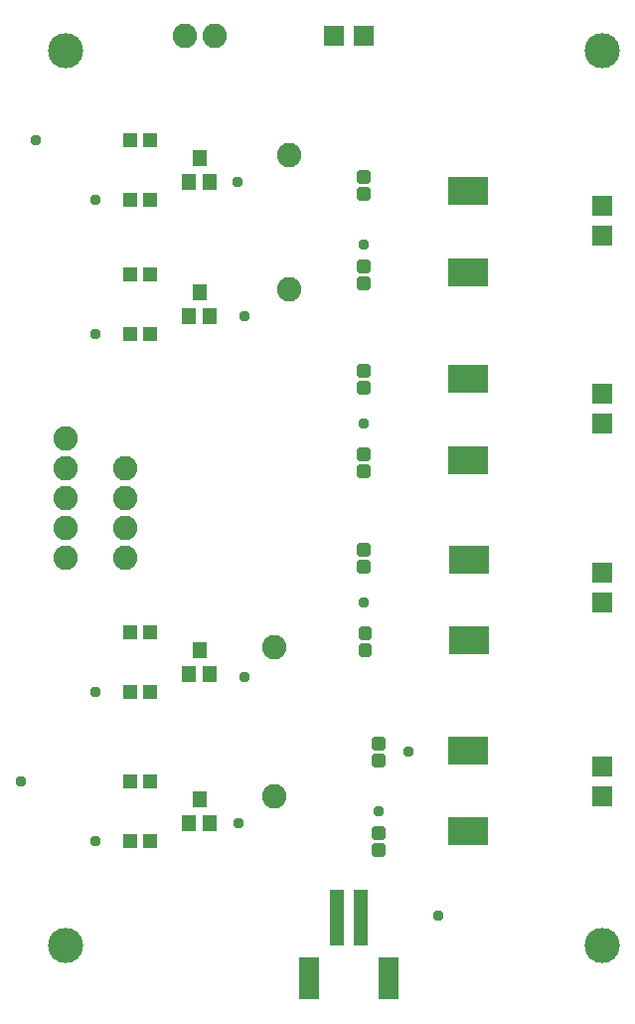
<source format=gbr>
G04 EAGLE Gerber RS-274X export*
G75*
%MOMM*%
%FSLAX34Y34*%
%LPD*%
%INSoldermask Top*%
%IPPOS*%
%AMOC8*
5,1,8,0,0,1.08239X$1,22.5*%
G01*
%ADD10C,0.662687*%
%ADD11R,3.383200X2.453200*%
%ADD12C,3.003200*%
%ADD13C,2.082800*%
%ADD14R,1.727200X1.727200*%
%ADD15R,1.203200X4.803200*%
%ADD16R,1.803200X3.603200*%
%ADD17R,1.219200X1.346200*%
%ADD18R,1.303200X1.203200*%
%ADD19C,0.959600*%

G36*
X320210Y713629D02*
X320210Y713629D01*
X320217Y713634D01*
X320222Y713630D01*
X320573Y713715D01*
X320576Y713720D01*
X320580Y713718D01*
X320913Y713856D01*
X320916Y713861D01*
X320920Y713859D01*
X321228Y714047D01*
X321230Y714053D01*
X321234Y714052D01*
X321508Y714287D01*
X321509Y714292D01*
X321513Y714292D01*
X321748Y714566D01*
X321749Y714572D01*
X321753Y714572D01*
X321941Y714880D01*
X321940Y714886D01*
X321945Y714887D01*
X322083Y715220D01*
X322081Y715226D01*
X322085Y715227D01*
X322170Y715578D01*
X322168Y715584D01*
X322171Y715586D01*
X322199Y715946D01*
X322198Y715949D01*
X322199Y715950D01*
X322199Y720550D01*
X322197Y720552D01*
X322199Y720554D01*
X322171Y720914D01*
X322167Y720918D01*
X322170Y720922D01*
X322085Y721273D01*
X322080Y721276D01*
X322083Y721280D01*
X321945Y721613D01*
X321940Y721616D01*
X321941Y721620D01*
X321753Y721928D01*
X321747Y721930D01*
X321748Y721934D01*
X321513Y722208D01*
X321508Y722209D01*
X321508Y722213D01*
X321234Y722448D01*
X321228Y722449D01*
X321228Y722453D01*
X320920Y722641D01*
X320914Y722640D01*
X320913Y722645D01*
X320580Y722783D01*
X320574Y722781D01*
X320573Y722785D01*
X320222Y722870D01*
X320216Y722868D01*
X320214Y722871D01*
X319854Y722899D01*
X319851Y722897D01*
X319850Y722899D01*
X314790Y722871D01*
X314783Y722866D01*
X314778Y722870D01*
X314427Y722785D01*
X314424Y722780D01*
X314420Y722783D01*
X314087Y722645D01*
X314084Y722640D01*
X314080Y722641D01*
X313772Y722453D01*
X313770Y722447D01*
X313766Y722448D01*
X313492Y722213D01*
X313491Y722208D01*
X313487Y722208D01*
X313252Y721934D01*
X313251Y721928D01*
X313247Y721928D01*
X313059Y721620D01*
X313060Y721614D01*
X313056Y721613D01*
X312918Y721280D01*
X312919Y721274D01*
X312915Y721273D01*
X312830Y720922D01*
X312833Y720916D01*
X312829Y720914D01*
X312801Y720554D01*
X312803Y720551D01*
X312801Y720550D01*
X312801Y715950D01*
X312803Y715948D01*
X312801Y715946D01*
X312829Y715586D01*
X312833Y715582D01*
X312830Y715578D01*
X312915Y715227D01*
X312920Y715224D01*
X312918Y715220D01*
X313056Y714887D01*
X313061Y714884D01*
X313059Y714880D01*
X313247Y714572D01*
X313253Y714570D01*
X313252Y714566D01*
X313487Y714292D01*
X313492Y714291D01*
X313492Y714287D01*
X313766Y714052D01*
X313772Y714051D01*
X313772Y714047D01*
X314080Y713859D01*
X314086Y713860D01*
X314087Y713856D01*
X314420Y713718D01*
X314426Y713719D01*
X314427Y713715D01*
X314778Y713630D01*
X314784Y713633D01*
X314786Y713629D01*
X315146Y713601D01*
X315149Y713603D01*
X315150Y713601D01*
X320210Y713629D01*
G37*
G36*
X320210Y699529D02*
X320210Y699529D01*
X320217Y699534D01*
X320222Y699530D01*
X320573Y699615D01*
X320576Y699620D01*
X320580Y699618D01*
X320913Y699756D01*
X320916Y699761D01*
X320920Y699759D01*
X321228Y699947D01*
X321230Y699953D01*
X321234Y699952D01*
X321508Y700187D01*
X321509Y700192D01*
X321513Y700192D01*
X321748Y700466D01*
X321749Y700472D01*
X321753Y700472D01*
X321941Y700780D01*
X321940Y700786D01*
X321945Y700787D01*
X322083Y701120D01*
X322081Y701126D01*
X322085Y701127D01*
X322170Y701478D01*
X322168Y701484D01*
X322171Y701486D01*
X322199Y701846D01*
X322198Y701849D01*
X322199Y701850D01*
X322199Y706450D01*
X322197Y706452D01*
X322199Y706454D01*
X322171Y706814D01*
X322167Y706818D01*
X322170Y706822D01*
X322085Y707173D01*
X322080Y707176D01*
X322083Y707180D01*
X321945Y707513D01*
X321940Y707516D01*
X321941Y707520D01*
X321753Y707828D01*
X321747Y707830D01*
X321748Y707834D01*
X321513Y708108D01*
X321508Y708109D01*
X321508Y708113D01*
X321234Y708348D01*
X321228Y708349D01*
X321228Y708353D01*
X320920Y708541D01*
X320914Y708540D01*
X320913Y708545D01*
X320580Y708683D01*
X320574Y708681D01*
X320573Y708685D01*
X320222Y708770D01*
X320216Y708768D01*
X320214Y708771D01*
X319854Y708799D01*
X319851Y708797D01*
X319850Y708799D01*
X314790Y708771D01*
X314783Y708766D01*
X314778Y708770D01*
X314427Y708685D01*
X314424Y708680D01*
X314420Y708683D01*
X314087Y708545D01*
X314084Y708540D01*
X314080Y708541D01*
X313772Y708353D01*
X313770Y708347D01*
X313766Y708348D01*
X313492Y708113D01*
X313491Y708108D01*
X313487Y708108D01*
X313252Y707834D01*
X313251Y707828D01*
X313247Y707828D01*
X313059Y707520D01*
X313060Y707514D01*
X313056Y707513D01*
X312918Y707180D01*
X312919Y707174D01*
X312915Y707173D01*
X312830Y706822D01*
X312833Y706816D01*
X312829Y706814D01*
X312801Y706454D01*
X312803Y706451D01*
X312801Y706450D01*
X312801Y701850D01*
X312803Y701848D01*
X312801Y701846D01*
X312829Y701486D01*
X312833Y701482D01*
X312830Y701478D01*
X312915Y701127D01*
X312920Y701124D01*
X312918Y701120D01*
X313056Y700787D01*
X313061Y700784D01*
X313059Y700780D01*
X313247Y700472D01*
X313253Y700470D01*
X313252Y700466D01*
X313487Y700192D01*
X313492Y700191D01*
X313492Y700187D01*
X313766Y699952D01*
X313772Y699951D01*
X313772Y699947D01*
X314080Y699759D01*
X314086Y699760D01*
X314087Y699756D01*
X314420Y699618D01*
X314426Y699619D01*
X314427Y699615D01*
X314778Y699530D01*
X314784Y699533D01*
X314786Y699529D01*
X315146Y699501D01*
X315149Y699503D01*
X315150Y699501D01*
X320210Y699529D01*
G37*
G36*
X320210Y637429D02*
X320210Y637429D01*
X320217Y637434D01*
X320222Y637430D01*
X320573Y637515D01*
X320576Y637520D01*
X320580Y637518D01*
X320913Y637656D01*
X320916Y637661D01*
X320920Y637659D01*
X321228Y637847D01*
X321230Y637853D01*
X321234Y637852D01*
X321508Y638087D01*
X321509Y638092D01*
X321513Y638092D01*
X321748Y638366D01*
X321749Y638372D01*
X321753Y638372D01*
X321941Y638680D01*
X321940Y638686D01*
X321945Y638687D01*
X322083Y639020D01*
X322081Y639026D01*
X322085Y639027D01*
X322170Y639378D01*
X322168Y639384D01*
X322171Y639386D01*
X322199Y639746D01*
X322198Y639749D01*
X322199Y639750D01*
X322199Y644350D01*
X322197Y644352D01*
X322199Y644354D01*
X322171Y644714D01*
X322167Y644718D01*
X322170Y644722D01*
X322085Y645073D01*
X322080Y645076D01*
X322083Y645080D01*
X321945Y645413D01*
X321940Y645416D01*
X321941Y645420D01*
X321753Y645728D01*
X321747Y645730D01*
X321748Y645734D01*
X321513Y646008D01*
X321508Y646009D01*
X321508Y646013D01*
X321234Y646248D01*
X321228Y646249D01*
X321228Y646253D01*
X320920Y646441D01*
X320914Y646440D01*
X320913Y646445D01*
X320580Y646583D01*
X320574Y646581D01*
X320573Y646585D01*
X320222Y646670D01*
X320216Y646668D01*
X320214Y646671D01*
X319854Y646699D01*
X319851Y646697D01*
X319850Y646699D01*
X314790Y646671D01*
X314783Y646666D01*
X314778Y646670D01*
X314427Y646585D01*
X314424Y646580D01*
X314420Y646583D01*
X314087Y646445D01*
X314084Y646440D01*
X314080Y646441D01*
X313772Y646253D01*
X313770Y646247D01*
X313766Y646248D01*
X313492Y646013D01*
X313491Y646008D01*
X313487Y646008D01*
X313252Y645734D01*
X313251Y645728D01*
X313247Y645728D01*
X313059Y645420D01*
X313060Y645414D01*
X313056Y645413D01*
X312918Y645080D01*
X312919Y645074D01*
X312915Y645073D01*
X312830Y644722D01*
X312833Y644716D01*
X312829Y644714D01*
X312801Y644354D01*
X312803Y644351D01*
X312801Y644350D01*
X312801Y639750D01*
X312803Y639748D01*
X312801Y639746D01*
X312829Y639386D01*
X312833Y639382D01*
X312830Y639378D01*
X312915Y639027D01*
X312920Y639024D01*
X312918Y639020D01*
X313056Y638687D01*
X313061Y638684D01*
X313059Y638680D01*
X313247Y638372D01*
X313253Y638370D01*
X313252Y638366D01*
X313487Y638092D01*
X313492Y638091D01*
X313492Y638087D01*
X313766Y637852D01*
X313772Y637851D01*
X313772Y637847D01*
X314080Y637659D01*
X314086Y637660D01*
X314087Y637656D01*
X314420Y637518D01*
X314426Y637519D01*
X314427Y637515D01*
X314778Y637430D01*
X314784Y637433D01*
X314786Y637429D01*
X315146Y637401D01*
X315149Y637403D01*
X315150Y637401D01*
X320210Y637429D01*
G37*
G36*
X320210Y623329D02*
X320210Y623329D01*
X320217Y623334D01*
X320222Y623330D01*
X320573Y623415D01*
X320576Y623420D01*
X320580Y623418D01*
X320913Y623556D01*
X320916Y623561D01*
X320920Y623559D01*
X321228Y623747D01*
X321230Y623753D01*
X321234Y623752D01*
X321508Y623987D01*
X321509Y623992D01*
X321513Y623992D01*
X321748Y624266D01*
X321749Y624272D01*
X321753Y624272D01*
X321941Y624580D01*
X321940Y624586D01*
X321945Y624587D01*
X322083Y624920D01*
X322081Y624926D01*
X322085Y624927D01*
X322170Y625278D01*
X322168Y625284D01*
X322171Y625286D01*
X322199Y625646D01*
X322198Y625649D01*
X322199Y625650D01*
X322199Y630250D01*
X322197Y630252D01*
X322199Y630254D01*
X322171Y630614D01*
X322167Y630618D01*
X322170Y630622D01*
X322085Y630973D01*
X322080Y630976D01*
X322083Y630980D01*
X321945Y631313D01*
X321940Y631316D01*
X321941Y631320D01*
X321753Y631628D01*
X321747Y631630D01*
X321748Y631634D01*
X321513Y631908D01*
X321508Y631909D01*
X321508Y631913D01*
X321234Y632148D01*
X321228Y632149D01*
X321228Y632153D01*
X320920Y632341D01*
X320914Y632340D01*
X320913Y632345D01*
X320580Y632483D01*
X320574Y632481D01*
X320573Y632485D01*
X320222Y632570D01*
X320216Y632568D01*
X320214Y632571D01*
X319854Y632599D01*
X319851Y632597D01*
X319850Y632599D01*
X314790Y632571D01*
X314783Y632566D01*
X314778Y632570D01*
X314427Y632485D01*
X314424Y632480D01*
X314420Y632483D01*
X314087Y632345D01*
X314084Y632340D01*
X314080Y632341D01*
X313772Y632153D01*
X313770Y632147D01*
X313766Y632148D01*
X313492Y631913D01*
X313491Y631908D01*
X313487Y631908D01*
X313252Y631634D01*
X313251Y631628D01*
X313247Y631628D01*
X313059Y631320D01*
X313060Y631314D01*
X313056Y631313D01*
X312918Y630980D01*
X312919Y630974D01*
X312915Y630973D01*
X312830Y630622D01*
X312833Y630616D01*
X312829Y630614D01*
X312801Y630254D01*
X312803Y630251D01*
X312801Y630250D01*
X312801Y625650D01*
X312803Y625648D01*
X312801Y625646D01*
X312829Y625286D01*
X312833Y625282D01*
X312830Y625278D01*
X312915Y624927D01*
X312920Y624924D01*
X312918Y624920D01*
X313056Y624587D01*
X313061Y624584D01*
X313059Y624580D01*
X313247Y624272D01*
X313253Y624270D01*
X313252Y624266D01*
X313487Y623992D01*
X313492Y623991D01*
X313492Y623987D01*
X313766Y623752D01*
X313772Y623751D01*
X313772Y623747D01*
X314080Y623559D01*
X314086Y623560D01*
X314087Y623556D01*
X314420Y623418D01*
X314426Y623419D01*
X314427Y623415D01*
X314778Y623330D01*
X314784Y623333D01*
X314786Y623329D01*
X315146Y623301D01*
X315149Y623303D01*
X315150Y623301D01*
X320210Y623329D01*
G37*
G36*
X320210Y548529D02*
X320210Y548529D01*
X320217Y548534D01*
X320222Y548530D01*
X320573Y548615D01*
X320576Y548620D01*
X320580Y548618D01*
X320913Y548756D01*
X320916Y548761D01*
X320920Y548759D01*
X321228Y548947D01*
X321230Y548953D01*
X321234Y548952D01*
X321508Y549187D01*
X321509Y549192D01*
X321513Y549192D01*
X321748Y549466D01*
X321749Y549472D01*
X321753Y549472D01*
X321941Y549780D01*
X321940Y549786D01*
X321945Y549787D01*
X322083Y550120D01*
X322081Y550126D01*
X322085Y550127D01*
X322170Y550478D01*
X322168Y550484D01*
X322171Y550486D01*
X322199Y550846D01*
X322198Y550849D01*
X322199Y550850D01*
X322199Y555450D01*
X322197Y555452D01*
X322199Y555454D01*
X322171Y555814D01*
X322167Y555818D01*
X322170Y555822D01*
X322085Y556173D01*
X322080Y556176D01*
X322083Y556180D01*
X321945Y556513D01*
X321940Y556516D01*
X321941Y556520D01*
X321753Y556828D01*
X321747Y556830D01*
X321748Y556834D01*
X321513Y557108D01*
X321508Y557109D01*
X321508Y557113D01*
X321234Y557348D01*
X321228Y557349D01*
X321228Y557353D01*
X320920Y557541D01*
X320914Y557540D01*
X320913Y557545D01*
X320580Y557683D01*
X320574Y557681D01*
X320573Y557685D01*
X320222Y557770D01*
X320216Y557768D01*
X320214Y557771D01*
X319854Y557799D01*
X319851Y557797D01*
X319850Y557799D01*
X314790Y557771D01*
X314783Y557766D01*
X314778Y557770D01*
X314427Y557685D01*
X314424Y557680D01*
X314420Y557683D01*
X314087Y557545D01*
X314084Y557540D01*
X314080Y557541D01*
X313772Y557353D01*
X313770Y557347D01*
X313766Y557348D01*
X313492Y557113D01*
X313491Y557108D01*
X313487Y557108D01*
X313252Y556834D01*
X313251Y556828D01*
X313247Y556828D01*
X313059Y556520D01*
X313060Y556514D01*
X313056Y556513D01*
X312918Y556180D01*
X312919Y556174D01*
X312915Y556173D01*
X312830Y555822D01*
X312833Y555816D01*
X312829Y555814D01*
X312801Y555454D01*
X312803Y555451D01*
X312801Y555450D01*
X312801Y550850D01*
X312803Y550848D01*
X312801Y550846D01*
X312829Y550486D01*
X312833Y550482D01*
X312830Y550478D01*
X312915Y550127D01*
X312920Y550124D01*
X312918Y550120D01*
X313056Y549787D01*
X313061Y549784D01*
X313059Y549780D01*
X313247Y549472D01*
X313253Y549470D01*
X313252Y549466D01*
X313487Y549192D01*
X313492Y549191D01*
X313492Y549187D01*
X313766Y548952D01*
X313772Y548951D01*
X313772Y548947D01*
X314080Y548759D01*
X314086Y548760D01*
X314087Y548756D01*
X314420Y548618D01*
X314426Y548619D01*
X314427Y548615D01*
X314778Y548530D01*
X314784Y548533D01*
X314786Y548529D01*
X315146Y548501D01*
X315149Y548503D01*
X315150Y548501D01*
X320210Y548529D01*
G37*
G36*
X320210Y534429D02*
X320210Y534429D01*
X320217Y534434D01*
X320222Y534430D01*
X320573Y534515D01*
X320576Y534520D01*
X320580Y534518D01*
X320913Y534656D01*
X320916Y534661D01*
X320920Y534659D01*
X321228Y534847D01*
X321230Y534853D01*
X321234Y534852D01*
X321508Y535087D01*
X321509Y535092D01*
X321513Y535092D01*
X321748Y535366D01*
X321749Y535372D01*
X321753Y535372D01*
X321941Y535680D01*
X321940Y535686D01*
X321945Y535687D01*
X322083Y536020D01*
X322081Y536026D01*
X322085Y536027D01*
X322170Y536378D01*
X322168Y536384D01*
X322171Y536386D01*
X322199Y536746D01*
X322198Y536749D01*
X322199Y536750D01*
X322199Y541350D01*
X322197Y541352D01*
X322199Y541354D01*
X322171Y541714D01*
X322167Y541718D01*
X322170Y541722D01*
X322085Y542073D01*
X322080Y542076D01*
X322083Y542080D01*
X321945Y542413D01*
X321940Y542416D01*
X321941Y542420D01*
X321753Y542728D01*
X321747Y542730D01*
X321748Y542734D01*
X321513Y543008D01*
X321508Y543009D01*
X321508Y543013D01*
X321234Y543248D01*
X321228Y543249D01*
X321228Y543253D01*
X320920Y543441D01*
X320914Y543440D01*
X320913Y543445D01*
X320580Y543583D01*
X320574Y543581D01*
X320573Y543585D01*
X320222Y543670D01*
X320216Y543668D01*
X320214Y543671D01*
X319854Y543699D01*
X319851Y543697D01*
X319850Y543699D01*
X314790Y543671D01*
X314783Y543666D01*
X314778Y543670D01*
X314427Y543585D01*
X314424Y543580D01*
X314420Y543583D01*
X314087Y543445D01*
X314084Y543440D01*
X314080Y543441D01*
X313772Y543253D01*
X313770Y543247D01*
X313766Y543248D01*
X313492Y543013D01*
X313491Y543008D01*
X313487Y543008D01*
X313252Y542734D01*
X313251Y542728D01*
X313247Y542728D01*
X313059Y542420D01*
X313060Y542414D01*
X313056Y542413D01*
X312918Y542080D01*
X312919Y542074D01*
X312915Y542073D01*
X312830Y541722D01*
X312833Y541716D01*
X312829Y541714D01*
X312801Y541354D01*
X312803Y541351D01*
X312801Y541350D01*
X312801Y536750D01*
X312803Y536748D01*
X312801Y536746D01*
X312829Y536386D01*
X312833Y536382D01*
X312830Y536378D01*
X312915Y536027D01*
X312920Y536024D01*
X312918Y536020D01*
X313056Y535687D01*
X313061Y535684D01*
X313059Y535680D01*
X313247Y535372D01*
X313253Y535370D01*
X313252Y535366D01*
X313487Y535092D01*
X313492Y535091D01*
X313492Y535087D01*
X313766Y534852D01*
X313772Y534851D01*
X313772Y534847D01*
X314080Y534659D01*
X314086Y534660D01*
X314087Y534656D01*
X314420Y534518D01*
X314426Y534519D01*
X314427Y534515D01*
X314778Y534430D01*
X314784Y534433D01*
X314786Y534429D01*
X315146Y534401D01*
X315149Y534403D01*
X315150Y534401D01*
X320210Y534429D01*
G37*
G36*
X320210Y477409D02*
X320210Y477409D01*
X320217Y477414D01*
X320222Y477410D01*
X320573Y477495D01*
X320576Y477500D01*
X320580Y477498D01*
X320913Y477636D01*
X320916Y477641D01*
X320920Y477639D01*
X321228Y477827D01*
X321230Y477833D01*
X321234Y477832D01*
X321508Y478067D01*
X321509Y478072D01*
X321513Y478072D01*
X321748Y478346D01*
X321749Y478352D01*
X321753Y478352D01*
X321941Y478660D01*
X321940Y478666D01*
X321945Y478667D01*
X322083Y479000D01*
X322081Y479006D01*
X322085Y479007D01*
X322170Y479358D01*
X322168Y479364D01*
X322171Y479366D01*
X322199Y479726D01*
X322198Y479729D01*
X322199Y479730D01*
X322199Y484330D01*
X322197Y484332D01*
X322199Y484334D01*
X322171Y484694D01*
X322167Y484698D01*
X322170Y484702D01*
X322085Y485053D01*
X322080Y485056D01*
X322083Y485060D01*
X321945Y485393D01*
X321940Y485396D01*
X321941Y485400D01*
X321753Y485708D01*
X321747Y485710D01*
X321748Y485714D01*
X321513Y485988D01*
X321508Y485989D01*
X321508Y485993D01*
X321234Y486228D01*
X321228Y486229D01*
X321228Y486233D01*
X320920Y486421D01*
X320914Y486420D01*
X320913Y486425D01*
X320580Y486563D01*
X320574Y486561D01*
X320573Y486565D01*
X320222Y486650D01*
X320216Y486648D01*
X320214Y486651D01*
X319854Y486679D01*
X319851Y486677D01*
X319850Y486679D01*
X314790Y486651D01*
X314783Y486646D01*
X314778Y486650D01*
X314427Y486565D01*
X314424Y486560D01*
X314420Y486563D01*
X314087Y486425D01*
X314084Y486420D01*
X314080Y486421D01*
X313772Y486233D01*
X313770Y486227D01*
X313766Y486228D01*
X313492Y485993D01*
X313491Y485988D01*
X313487Y485988D01*
X313252Y485714D01*
X313251Y485708D01*
X313247Y485708D01*
X313059Y485400D01*
X313060Y485394D01*
X313056Y485393D01*
X312918Y485060D01*
X312919Y485054D01*
X312915Y485053D01*
X312830Y484702D01*
X312833Y484696D01*
X312829Y484694D01*
X312801Y484334D01*
X312803Y484331D01*
X312801Y484330D01*
X312801Y479730D01*
X312803Y479728D01*
X312801Y479726D01*
X312829Y479366D01*
X312833Y479362D01*
X312830Y479358D01*
X312915Y479007D01*
X312920Y479004D01*
X312918Y479000D01*
X313056Y478667D01*
X313061Y478664D01*
X313059Y478660D01*
X313247Y478352D01*
X313253Y478350D01*
X313252Y478346D01*
X313487Y478072D01*
X313492Y478071D01*
X313492Y478067D01*
X313766Y477832D01*
X313772Y477831D01*
X313772Y477827D01*
X314080Y477639D01*
X314086Y477640D01*
X314087Y477636D01*
X314420Y477498D01*
X314426Y477499D01*
X314427Y477495D01*
X314778Y477410D01*
X314784Y477413D01*
X314786Y477409D01*
X315146Y477381D01*
X315149Y477383D01*
X315150Y477381D01*
X320210Y477409D01*
G37*
G36*
X320210Y463309D02*
X320210Y463309D01*
X320217Y463314D01*
X320222Y463310D01*
X320573Y463395D01*
X320576Y463400D01*
X320580Y463398D01*
X320913Y463536D01*
X320916Y463541D01*
X320920Y463539D01*
X321228Y463727D01*
X321230Y463733D01*
X321234Y463732D01*
X321508Y463967D01*
X321509Y463972D01*
X321513Y463972D01*
X321748Y464246D01*
X321749Y464252D01*
X321753Y464252D01*
X321941Y464560D01*
X321940Y464566D01*
X321945Y464567D01*
X322083Y464900D01*
X322081Y464906D01*
X322085Y464907D01*
X322170Y465258D01*
X322168Y465264D01*
X322171Y465266D01*
X322199Y465626D01*
X322198Y465629D01*
X322199Y465630D01*
X322199Y470230D01*
X322197Y470232D01*
X322199Y470234D01*
X322171Y470594D01*
X322167Y470598D01*
X322170Y470602D01*
X322085Y470953D01*
X322080Y470956D01*
X322083Y470960D01*
X321945Y471293D01*
X321940Y471296D01*
X321941Y471300D01*
X321753Y471608D01*
X321747Y471610D01*
X321748Y471614D01*
X321513Y471888D01*
X321508Y471889D01*
X321508Y471893D01*
X321234Y472128D01*
X321228Y472129D01*
X321228Y472133D01*
X320920Y472321D01*
X320914Y472320D01*
X320913Y472325D01*
X320580Y472463D01*
X320574Y472461D01*
X320573Y472465D01*
X320222Y472550D01*
X320216Y472548D01*
X320214Y472551D01*
X319854Y472579D01*
X319851Y472577D01*
X319850Y472579D01*
X314790Y472551D01*
X314783Y472546D01*
X314778Y472550D01*
X314427Y472465D01*
X314424Y472460D01*
X314420Y472463D01*
X314087Y472325D01*
X314084Y472320D01*
X314080Y472321D01*
X313772Y472133D01*
X313770Y472127D01*
X313766Y472128D01*
X313492Y471893D01*
X313491Y471888D01*
X313487Y471888D01*
X313252Y471614D01*
X313251Y471608D01*
X313247Y471608D01*
X313059Y471300D01*
X313060Y471294D01*
X313056Y471293D01*
X312918Y470960D01*
X312919Y470954D01*
X312915Y470953D01*
X312830Y470602D01*
X312833Y470596D01*
X312829Y470594D01*
X312801Y470234D01*
X312803Y470231D01*
X312801Y470230D01*
X312801Y465630D01*
X312803Y465628D01*
X312801Y465626D01*
X312829Y465266D01*
X312833Y465262D01*
X312830Y465258D01*
X312915Y464907D01*
X312920Y464904D01*
X312918Y464900D01*
X313056Y464567D01*
X313061Y464564D01*
X313059Y464560D01*
X313247Y464252D01*
X313253Y464250D01*
X313252Y464246D01*
X313487Y463972D01*
X313492Y463971D01*
X313492Y463967D01*
X313766Y463732D01*
X313772Y463731D01*
X313772Y463727D01*
X314080Y463539D01*
X314086Y463540D01*
X314087Y463536D01*
X314420Y463398D01*
X314426Y463399D01*
X314427Y463395D01*
X314778Y463310D01*
X314784Y463313D01*
X314786Y463309D01*
X315146Y463281D01*
X315149Y463283D01*
X315150Y463281D01*
X320210Y463309D01*
G37*
G36*
X320210Y396129D02*
X320210Y396129D01*
X320217Y396134D01*
X320222Y396130D01*
X320573Y396215D01*
X320576Y396220D01*
X320580Y396218D01*
X320913Y396356D01*
X320916Y396361D01*
X320920Y396359D01*
X321228Y396547D01*
X321230Y396553D01*
X321234Y396552D01*
X321508Y396787D01*
X321509Y396792D01*
X321513Y396792D01*
X321748Y397066D01*
X321749Y397072D01*
X321753Y397072D01*
X321941Y397380D01*
X321940Y397386D01*
X321945Y397387D01*
X322083Y397720D01*
X322081Y397726D01*
X322085Y397727D01*
X322170Y398078D01*
X322168Y398084D01*
X322171Y398086D01*
X322199Y398446D01*
X322198Y398449D01*
X322199Y398450D01*
X322199Y403050D01*
X322197Y403052D01*
X322199Y403054D01*
X322171Y403414D01*
X322167Y403418D01*
X322170Y403422D01*
X322085Y403773D01*
X322080Y403776D01*
X322083Y403780D01*
X321945Y404113D01*
X321940Y404116D01*
X321941Y404120D01*
X321753Y404428D01*
X321747Y404430D01*
X321748Y404434D01*
X321513Y404708D01*
X321508Y404709D01*
X321508Y404713D01*
X321234Y404948D01*
X321228Y404949D01*
X321228Y404953D01*
X320920Y405141D01*
X320914Y405140D01*
X320913Y405145D01*
X320580Y405283D01*
X320574Y405281D01*
X320573Y405285D01*
X320222Y405370D01*
X320216Y405368D01*
X320214Y405371D01*
X319854Y405399D01*
X319851Y405397D01*
X319850Y405399D01*
X314790Y405371D01*
X314783Y405366D01*
X314778Y405370D01*
X314427Y405285D01*
X314424Y405280D01*
X314420Y405283D01*
X314087Y405145D01*
X314084Y405140D01*
X314080Y405141D01*
X313772Y404953D01*
X313770Y404947D01*
X313766Y404948D01*
X313492Y404713D01*
X313491Y404708D01*
X313487Y404708D01*
X313252Y404434D01*
X313251Y404428D01*
X313247Y404428D01*
X313059Y404120D01*
X313060Y404114D01*
X313056Y404113D01*
X312918Y403780D01*
X312919Y403774D01*
X312915Y403773D01*
X312830Y403422D01*
X312833Y403416D01*
X312829Y403414D01*
X312801Y403054D01*
X312803Y403051D01*
X312801Y403050D01*
X312801Y398450D01*
X312803Y398448D01*
X312801Y398446D01*
X312829Y398086D01*
X312833Y398082D01*
X312830Y398078D01*
X312915Y397727D01*
X312920Y397724D01*
X312918Y397720D01*
X313056Y397387D01*
X313061Y397384D01*
X313059Y397380D01*
X313247Y397072D01*
X313253Y397070D01*
X313252Y397066D01*
X313487Y396792D01*
X313492Y396791D01*
X313492Y396787D01*
X313766Y396552D01*
X313772Y396551D01*
X313772Y396547D01*
X314080Y396359D01*
X314086Y396360D01*
X314087Y396356D01*
X314420Y396218D01*
X314426Y396219D01*
X314427Y396215D01*
X314778Y396130D01*
X314784Y396133D01*
X314786Y396129D01*
X315146Y396101D01*
X315149Y396103D01*
X315150Y396101D01*
X320210Y396129D01*
G37*
G36*
X320210Y382029D02*
X320210Y382029D01*
X320217Y382034D01*
X320222Y382030D01*
X320573Y382115D01*
X320576Y382120D01*
X320580Y382118D01*
X320913Y382256D01*
X320916Y382261D01*
X320920Y382259D01*
X321228Y382447D01*
X321230Y382453D01*
X321234Y382452D01*
X321508Y382687D01*
X321509Y382692D01*
X321513Y382692D01*
X321748Y382966D01*
X321749Y382972D01*
X321753Y382972D01*
X321941Y383280D01*
X321940Y383286D01*
X321945Y383287D01*
X322083Y383620D01*
X322081Y383626D01*
X322085Y383627D01*
X322170Y383978D01*
X322168Y383984D01*
X322171Y383986D01*
X322199Y384346D01*
X322198Y384349D01*
X322199Y384350D01*
X322199Y388950D01*
X322197Y388952D01*
X322199Y388954D01*
X322171Y389314D01*
X322167Y389318D01*
X322170Y389322D01*
X322085Y389673D01*
X322080Y389676D01*
X322083Y389680D01*
X321945Y390013D01*
X321940Y390016D01*
X321941Y390020D01*
X321753Y390328D01*
X321747Y390330D01*
X321748Y390334D01*
X321513Y390608D01*
X321508Y390609D01*
X321508Y390613D01*
X321234Y390848D01*
X321228Y390849D01*
X321228Y390853D01*
X320920Y391041D01*
X320914Y391040D01*
X320913Y391045D01*
X320580Y391183D01*
X320574Y391181D01*
X320573Y391185D01*
X320222Y391270D01*
X320216Y391268D01*
X320214Y391271D01*
X319854Y391299D01*
X319851Y391297D01*
X319850Y391299D01*
X314790Y391271D01*
X314783Y391266D01*
X314778Y391270D01*
X314427Y391185D01*
X314424Y391180D01*
X314420Y391183D01*
X314087Y391045D01*
X314084Y391040D01*
X314080Y391041D01*
X313772Y390853D01*
X313770Y390847D01*
X313766Y390848D01*
X313492Y390613D01*
X313491Y390608D01*
X313487Y390608D01*
X313252Y390334D01*
X313251Y390328D01*
X313247Y390328D01*
X313059Y390020D01*
X313060Y390014D01*
X313056Y390013D01*
X312918Y389680D01*
X312919Y389674D01*
X312915Y389673D01*
X312830Y389322D01*
X312833Y389316D01*
X312829Y389314D01*
X312801Y388954D01*
X312803Y388951D01*
X312801Y388950D01*
X312801Y384350D01*
X312803Y384348D01*
X312801Y384346D01*
X312829Y383986D01*
X312833Y383982D01*
X312830Y383978D01*
X312915Y383627D01*
X312920Y383624D01*
X312918Y383620D01*
X313056Y383287D01*
X313061Y383284D01*
X313059Y383280D01*
X313247Y382972D01*
X313253Y382970D01*
X313252Y382966D01*
X313487Y382692D01*
X313492Y382691D01*
X313492Y382687D01*
X313766Y382452D01*
X313772Y382451D01*
X313772Y382447D01*
X314080Y382259D01*
X314086Y382260D01*
X314087Y382256D01*
X314420Y382118D01*
X314426Y382119D01*
X314427Y382115D01*
X314778Y382030D01*
X314784Y382033D01*
X314786Y382029D01*
X315146Y382001D01*
X315149Y382003D01*
X315150Y382001D01*
X320210Y382029D01*
G37*
G36*
X321480Y325009D02*
X321480Y325009D01*
X321487Y325014D01*
X321492Y325010D01*
X321843Y325095D01*
X321846Y325100D01*
X321850Y325098D01*
X322183Y325236D01*
X322186Y325241D01*
X322190Y325239D01*
X322498Y325427D01*
X322500Y325433D01*
X322504Y325432D01*
X322778Y325667D01*
X322779Y325672D01*
X322783Y325672D01*
X323018Y325946D01*
X323019Y325952D01*
X323023Y325952D01*
X323211Y326260D01*
X323210Y326266D01*
X323215Y326267D01*
X323353Y326600D01*
X323351Y326606D01*
X323355Y326607D01*
X323440Y326958D01*
X323438Y326964D01*
X323441Y326966D01*
X323469Y327326D01*
X323468Y327329D01*
X323469Y327330D01*
X323469Y331930D01*
X323467Y331932D01*
X323469Y331934D01*
X323441Y332294D01*
X323437Y332298D01*
X323440Y332302D01*
X323355Y332653D01*
X323350Y332656D01*
X323353Y332660D01*
X323215Y332993D01*
X323210Y332996D01*
X323211Y333000D01*
X323023Y333308D01*
X323017Y333310D01*
X323018Y333314D01*
X322783Y333588D01*
X322778Y333589D01*
X322778Y333593D01*
X322504Y333828D01*
X322498Y333829D01*
X322498Y333833D01*
X322190Y334021D01*
X322184Y334020D01*
X322183Y334025D01*
X321850Y334163D01*
X321844Y334161D01*
X321843Y334165D01*
X321492Y334250D01*
X321486Y334248D01*
X321484Y334251D01*
X321124Y334279D01*
X321121Y334277D01*
X321120Y334279D01*
X316060Y334251D01*
X316053Y334246D01*
X316048Y334250D01*
X315697Y334165D01*
X315694Y334160D01*
X315690Y334163D01*
X315357Y334025D01*
X315354Y334020D01*
X315350Y334021D01*
X315042Y333833D01*
X315040Y333827D01*
X315036Y333828D01*
X314762Y333593D01*
X314761Y333588D01*
X314757Y333588D01*
X314522Y333314D01*
X314521Y333308D01*
X314517Y333308D01*
X314329Y333000D01*
X314330Y332994D01*
X314326Y332993D01*
X314188Y332660D01*
X314189Y332654D01*
X314185Y332653D01*
X314100Y332302D01*
X314103Y332296D01*
X314099Y332294D01*
X314071Y331934D01*
X314073Y331931D01*
X314071Y331930D01*
X314071Y327330D01*
X314073Y327328D01*
X314071Y327326D01*
X314099Y326966D01*
X314103Y326962D01*
X314100Y326958D01*
X314185Y326607D01*
X314190Y326604D01*
X314188Y326600D01*
X314326Y326267D01*
X314331Y326264D01*
X314329Y326260D01*
X314517Y325952D01*
X314523Y325950D01*
X314522Y325946D01*
X314757Y325672D01*
X314762Y325671D01*
X314762Y325667D01*
X315036Y325432D01*
X315042Y325431D01*
X315042Y325427D01*
X315350Y325239D01*
X315356Y325240D01*
X315357Y325236D01*
X315690Y325098D01*
X315696Y325099D01*
X315697Y325095D01*
X316048Y325010D01*
X316054Y325013D01*
X316056Y325009D01*
X316416Y324981D01*
X316419Y324983D01*
X316420Y324981D01*
X321480Y325009D01*
G37*
G36*
X321480Y310909D02*
X321480Y310909D01*
X321487Y310914D01*
X321492Y310910D01*
X321843Y310995D01*
X321846Y311000D01*
X321850Y310998D01*
X322183Y311136D01*
X322186Y311141D01*
X322190Y311139D01*
X322498Y311327D01*
X322500Y311333D01*
X322504Y311332D01*
X322778Y311567D01*
X322779Y311572D01*
X322783Y311572D01*
X323018Y311846D01*
X323019Y311852D01*
X323023Y311852D01*
X323211Y312160D01*
X323210Y312166D01*
X323215Y312167D01*
X323353Y312500D01*
X323351Y312506D01*
X323355Y312507D01*
X323440Y312858D01*
X323438Y312864D01*
X323441Y312866D01*
X323469Y313226D01*
X323468Y313229D01*
X323469Y313230D01*
X323469Y317830D01*
X323467Y317832D01*
X323469Y317834D01*
X323441Y318194D01*
X323437Y318198D01*
X323440Y318202D01*
X323355Y318553D01*
X323350Y318556D01*
X323353Y318560D01*
X323215Y318893D01*
X323210Y318896D01*
X323211Y318900D01*
X323023Y319208D01*
X323017Y319210D01*
X323018Y319214D01*
X322783Y319488D01*
X322778Y319489D01*
X322778Y319493D01*
X322504Y319728D01*
X322498Y319729D01*
X322498Y319733D01*
X322190Y319921D01*
X322184Y319920D01*
X322183Y319925D01*
X321850Y320063D01*
X321844Y320061D01*
X321843Y320065D01*
X321492Y320150D01*
X321486Y320148D01*
X321484Y320151D01*
X321124Y320179D01*
X321121Y320177D01*
X321120Y320179D01*
X316060Y320151D01*
X316053Y320146D01*
X316048Y320150D01*
X315697Y320065D01*
X315694Y320060D01*
X315690Y320063D01*
X315357Y319925D01*
X315354Y319920D01*
X315350Y319921D01*
X315042Y319733D01*
X315040Y319727D01*
X315036Y319728D01*
X314762Y319493D01*
X314761Y319488D01*
X314757Y319488D01*
X314522Y319214D01*
X314521Y319208D01*
X314517Y319208D01*
X314329Y318900D01*
X314330Y318894D01*
X314326Y318893D01*
X314188Y318560D01*
X314189Y318554D01*
X314185Y318553D01*
X314100Y318202D01*
X314103Y318196D01*
X314099Y318194D01*
X314071Y317834D01*
X314073Y317831D01*
X314071Y317830D01*
X314071Y313230D01*
X314073Y313228D01*
X314071Y313226D01*
X314099Y312866D01*
X314103Y312862D01*
X314100Y312858D01*
X314185Y312507D01*
X314190Y312504D01*
X314188Y312500D01*
X314326Y312167D01*
X314331Y312164D01*
X314329Y312160D01*
X314517Y311852D01*
X314523Y311850D01*
X314522Y311846D01*
X314757Y311572D01*
X314762Y311571D01*
X314762Y311567D01*
X315036Y311332D01*
X315042Y311331D01*
X315042Y311327D01*
X315350Y311139D01*
X315356Y311140D01*
X315357Y311136D01*
X315690Y310998D01*
X315696Y310999D01*
X315697Y310995D01*
X316048Y310910D01*
X316054Y310913D01*
X316056Y310909D01*
X316416Y310881D01*
X316419Y310883D01*
X316420Y310881D01*
X321480Y310909D01*
G37*
G36*
X332910Y231029D02*
X332910Y231029D01*
X332917Y231034D01*
X332922Y231030D01*
X333273Y231115D01*
X333276Y231120D01*
X333280Y231118D01*
X333613Y231256D01*
X333616Y231261D01*
X333620Y231259D01*
X333928Y231447D01*
X333930Y231453D01*
X333934Y231452D01*
X334208Y231687D01*
X334209Y231692D01*
X334213Y231692D01*
X334448Y231966D01*
X334449Y231972D01*
X334453Y231972D01*
X334641Y232280D01*
X334640Y232286D01*
X334645Y232287D01*
X334783Y232620D01*
X334781Y232626D01*
X334785Y232627D01*
X334870Y232978D01*
X334868Y232984D01*
X334871Y232986D01*
X334899Y233346D01*
X334898Y233349D01*
X334899Y233350D01*
X334899Y237950D01*
X334897Y237952D01*
X334899Y237954D01*
X334871Y238314D01*
X334867Y238318D01*
X334870Y238322D01*
X334785Y238673D01*
X334780Y238676D01*
X334783Y238680D01*
X334645Y239013D01*
X334640Y239016D01*
X334641Y239020D01*
X334453Y239328D01*
X334447Y239330D01*
X334448Y239334D01*
X334213Y239608D01*
X334208Y239609D01*
X334208Y239613D01*
X333934Y239848D01*
X333928Y239849D01*
X333928Y239853D01*
X333620Y240041D01*
X333614Y240040D01*
X333613Y240045D01*
X333280Y240183D01*
X333274Y240181D01*
X333273Y240185D01*
X332922Y240270D01*
X332916Y240268D01*
X332914Y240271D01*
X332554Y240299D01*
X332551Y240297D01*
X332550Y240299D01*
X327490Y240271D01*
X327483Y240266D01*
X327478Y240270D01*
X327127Y240185D01*
X327124Y240180D01*
X327120Y240183D01*
X326787Y240045D01*
X326784Y240040D01*
X326780Y240041D01*
X326472Y239853D01*
X326470Y239847D01*
X326466Y239848D01*
X326192Y239613D01*
X326191Y239608D01*
X326187Y239608D01*
X325952Y239334D01*
X325951Y239328D01*
X325947Y239328D01*
X325759Y239020D01*
X325760Y239014D01*
X325756Y239013D01*
X325618Y238680D01*
X325619Y238674D01*
X325615Y238673D01*
X325530Y238322D01*
X325533Y238316D01*
X325529Y238314D01*
X325501Y237954D01*
X325503Y237951D01*
X325501Y237950D01*
X325501Y233350D01*
X325503Y233348D01*
X325501Y233346D01*
X325529Y232986D01*
X325533Y232982D01*
X325530Y232978D01*
X325615Y232627D01*
X325620Y232624D01*
X325618Y232620D01*
X325756Y232287D01*
X325761Y232284D01*
X325759Y232280D01*
X325947Y231972D01*
X325953Y231970D01*
X325952Y231966D01*
X326187Y231692D01*
X326192Y231691D01*
X326192Y231687D01*
X326466Y231452D01*
X326472Y231451D01*
X326472Y231447D01*
X326780Y231259D01*
X326786Y231260D01*
X326787Y231256D01*
X327120Y231118D01*
X327126Y231119D01*
X327127Y231115D01*
X327478Y231030D01*
X327484Y231033D01*
X327486Y231029D01*
X327846Y231001D01*
X327849Y231003D01*
X327850Y231001D01*
X332910Y231029D01*
G37*
G36*
X332910Y216929D02*
X332910Y216929D01*
X332917Y216934D01*
X332922Y216930D01*
X333273Y217015D01*
X333276Y217020D01*
X333280Y217018D01*
X333613Y217156D01*
X333616Y217161D01*
X333620Y217159D01*
X333928Y217347D01*
X333930Y217353D01*
X333934Y217352D01*
X334208Y217587D01*
X334209Y217592D01*
X334213Y217592D01*
X334448Y217866D01*
X334449Y217872D01*
X334453Y217872D01*
X334641Y218180D01*
X334640Y218186D01*
X334645Y218187D01*
X334783Y218520D01*
X334781Y218526D01*
X334785Y218527D01*
X334870Y218878D01*
X334868Y218884D01*
X334871Y218886D01*
X334899Y219246D01*
X334898Y219249D01*
X334899Y219250D01*
X334899Y223850D01*
X334897Y223852D01*
X334899Y223854D01*
X334871Y224214D01*
X334867Y224218D01*
X334870Y224222D01*
X334785Y224573D01*
X334780Y224576D01*
X334783Y224580D01*
X334645Y224913D01*
X334640Y224916D01*
X334641Y224920D01*
X334453Y225228D01*
X334447Y225230D01*
X334448Y225234D01*
X334213Y225508D01*
X334208Y225509D01*
X334208Y225513D01*
X333934Y225748D01*
X333928Y225749D01*
X333928Y225753D01*
X333620Y225941D01*
X333614Y225940D01*
X333613Y225945D01*
X333280Y226083D01*
X333274Y226081D01*
X333273Y226085D01*
X332922Y226170D01*
X332916Y226168D01*
X332914Y226171D01*
X332554Y226199D01*
X332551Y226197D01*
X332550Y226199D01*
X327490Y226171D01*
X327483Y226166D01*
X327478Y226170D01*
X327127Y226085D01*
X327124Y226080D01*
X327120Y226083D01*
X326787Y225945D01*
X326784Y225940D01*
X326780Y225941D01*
X326472Y225753D01*
X326470Y225747D01*
X326466Y225748D01*
X326192Y225513D01*
X326191Y225508D01*
X326187Y225508D01*
X325952Y225234D01*
X325951Y225228D01*
X325947Y225228D01*
X325759Y224920D01*
X325760Y224914D01*
X325756Y224913D01*
X325618Y224580D01*
X325619Y224574D01*
X325615Y224573D01*
X325530Y224222D01*
X325533Y224216D01*
X325529Y224214D01*
X325501Y223854D01*
X325503Y223851D01*
X325501Y223850D01*
X325501Y219250D01*
X325503Y219248D01*
X325501Y219246D01*
X325529Y218886D01*
X325533Y218882D01*
X325530Y218878D01*
X325615Y218527D01*
X325620Y218524D01*
X325618Y218520D01*
X325756Y218187D01*
X325761Y218184D01*
X325759Y218180D01*
X325947Y217872D01*
X325953Y217870D01*
X325952Y217866D01*
X326187Y217592D01*
X326192Y217591D01*
X326192Y217587D01*
X326466Y217352D01*
X326472Y217351D01*
X326472Y217347D01*
X326780Y217159D01*
X326786Y217160D01*
X326787Y217156D01*
X327120Y217018D01*
X327126Y217019D01*
X327127Y217015D01*
X327478Y216930D01*
X327484Y216933D01*
X327486Y216929D01*
X327846Y216901D01*
X327849Y216903D01*
X327850Y216901D01*
X332910Y216929D01*
G37*
G36*
X332910Y154829D02*
X332910Y154829D01*
X332917Y154834D01*
X332922Y154830D01*
X333273Y154915D01*
X333276Y154920D01*
X333280Y154918D01*
X333613Y155056D01*
X333616Y155061D01*
X333620Y155059D01*
X333928Y155247D01*
X333930Y155253D01*
X333934Y155252D01*
X334208Y155487D01*
X334209Y155492D01*
X334213Y155492D01*
X334448Y155766D01*
X334449Y155772D01*
X334453Y155772D01*
X334641Y156080D01*
X334640Y156086D01*
X334645Y156087D01*
X334783Y156420D01*
X334781Y156426D01*
X334785Y156427D01*
X334870Y156778D01*
X334868Y156784D01*
X334871Y156786D01*
X334899Y157146D01*
X334898Y157149D01*
X334899Y157150D01*
X334899Y161750D01*
X334897Y161752D01*
X334899Y161754D01*
X334871Y162114D01*
X334867Y162118D01*
X334870Y162122D01*
X334785Y162473D01*
X334780Y162476D01*
X334783Y162480D01*
X334645Y162813D01*
X334640Y162816D01*
X334641Y162820D01*
X334453Y163128D01*
X334447Y163130D01*
X334448Y163134D01*
X334213Y163408D01*
X334208Y163409D01*
X334208Y163413D01*
X333934Y163648D01*
X333928Y163649D01*
X333928Y163653D01*
X333620Y163841D01*
X333614Y163840D01*
X333613Y163845D01*
X333280Y163983D01*
X333274Y163981D01*
X333273Y163985D01*
X332922Y164070D01*
X332916Y164068D01*
X332914Y164071D01*
X332554Y164099D01*
X332551Y164097D01*
X332550Y164099D01*
X327490Y164071D01*
X327483Y164066D01*
X327478Y164070D01*
X327127Y163985D01*
X327124Y163980D01*
X327120Y163983D01*
X326787Y163845D01*
X326784Y163840D01*
X326780Y163841D01*
X326472Y163653D01*
X326470Y163647D01*
X326466Y163648D01*
X326192Y163413D01*
X326191Y163408D01*
X326187Y163408D01*
X325952Y163134D01*
X325951Y163128D01*
X325947Y163128D01*
X325759Y162820D01*
X325760Y162814D01*
X325756Y162813D01*
X325618Y162480D01*
X325619Y162474D01*
X325615Y162473D01*
X325530Y162122D01*
X325533Y162116D01*
X325529Y162114D01*
X325501Y161754D01*
X325503Y161751D01*
X325501Y161750D01*
X325501Y157150D01*
X325503Y157148D01*
X325501Y157146D01*
X325529Y156786D01*
X325533Y156782D01*
X325530Y156778D01*
X325615Y156427D01*
X325620Y156424D01*
X325618Y156420D01*
X325756Y156087D01*
X325761Y156084D01*
X325759Y156080D01*
X325947Y155772D01*
X325953Y155770D01*
X325952Y155766D01*
X326187Y155492D01*
X326192Y155491D01*
X326192Y155487D01*
X326466Y155252D01*
X326472Y155251D01*
X326472Y155247D01*
X326780Y155059D01*
X326786Y155060D01*
X326787Y155056D01*
X327120Y154918D01*
X327126Y154919D01*
X327127Y154915D01*
X327478Y154830D01*
X327484Y154833D01*
X327486Y154829D01*
X327846Y154801D01*
X327849Y154803D01*
X327850Y154801D01*
X332910Y154829D01*
G37*
G36*
X332910Y140729D02*
X332910Y140729D01*
X332917Y140734D01*
X332922Y140730D01*
X333273Y140815D01*
X333276Y140820D01*
X333280Y140818D01*
X333613Y140956D01*
X333616Y140961D01*
X333620Y140959D01*
X333928Y141147D01*
X333930Y141153D01*
X333934Y141152D01*
X334208Y141387D01*
X334209Y141392D01*
X334213Y141392D01*
X334448Y141666D01*
X334449Y141672D01*
X334453Y141672D01*
X334641Y141980D01*
X334640Y141986D01*
X334645Y141987D01*
X334783Y142320D01*
X334781Y142326D01*
X334785Y142327D01*
X334870Y142678D01*
X334868Y142684D01*
X334871Y142686D01*
X334899Y143046D01*
X334898Y143049D01*
X334899Y143050D01*
X334899Y147650D01*
X334897Y147652D01*
X334899Y147654D01*
X334871Y148014D01*
X334867Y148018D01*
X334870Y148022D01*
X334785Y148373D01*
X334780Y148376D01*
X334783Y148380D01*
X334645Y148713D01*
X334640Y148716D01*
X334641Y148720D01*
X334453Y149028D01*
X334447Y149030D01*
X334448Y149034D01*
X334213Y149308D01*
X334208Y149309D01*
X334208Y149313D01*
X333934Y149548D01*
X333928Y149549D01*
X333928Y149553D01*
X333620Y149741D01*
X333614Y149740D01*
X333613Y149745D01*
X333280Y149883D01*
X333274Y149881D01*
X333273Y149885D01*
X332922Y149970D01*
X332916Y149968D01*
X332914Y149971D01*
X332554Y149999D01*
X332551Y149997D01*
X332550Y149999D01*
X327490Y149971D01*
X327483Y149966D01*
X327478Y149970D01*
X327127Y149885D01*
X327124Y149880D01*
X327120Y149883D01*
X326787Y149745D01*
X326784Y149740D01*
X326780Y149741D01*
X326472Y149553D01*
X326470Y149547D01*
X326466Y149548D01*
X326192Y149313D01*
X326191Y149308D01*
X326187Y149308D01*
X325952Y149034D01*
X325951Y149028D01*
X325947Y149028D01*
X325759Y148720D01*
X325760Y148714D01*
X325756Y148713D01*
X325618Y148380D01*
X325619Y148374D01*
X325615Y148373D01*
X325530Y148022D01*
X325533Y148016D01*
X325529Y148014D01*
X325501Y147654D01*
X325503Y147651D01*
X325501Y147650D01*
X325501Y143050D01*
X325503Y143048D01*
X325501Y143046D01*
X325529Y142686D01*
X325533Y142682D01*
X325530Y142678D01*
X325615Y142327D01*
X325620Y142324D01*
X325618Y142320D01*
X325756Y141987D01*
X325761Y141984D01*
X325759Y141980D01*
X325947Y141672D01*
X325953Y141670D01*
X325952Y141666D01*
X326187Y141392D01*
X326192Y141391D01*
X326192Y141387D01*
X326466Y141152D01*
X326472Y141151D01*
X326472Y141147D01*
X326780Y140959D01*
X326786Y140960D01*
X326787Y140956D01*
X327120Y140818D01*
X327126Y140819D01*
X327127Y140815D01*
X327478Y140730D01*
X327484Y140733D01*
X327486Y140729D01*
X327846Y140701D01*
X327849Y140703D01*
X327850Y140701D01*
X332910Y140729D01*
G37*
D10*
X315147Y701847D02*
X315147Y706453D01*
X319853Y706453D01*
X319853Y701847D01*
X315147Y701847D01*
X319853Y715947D02*
X319853Y720553D01*
X319853Y715947D02*
X315147Y715947D01*
X315147Y720553D01*
X319853Y720553D01*
X315147Y630253D02*
X315147Y625647D01*
X315147Y630253D02*
X319853Y630253D01*
X319853Y625647D01*
X315147Y625647D01*
X319853Y639747D02*
X319853Y644353D01*
X319853Y639747D02*
X315147Y639747D01*
X315147Y644353D01*
X319853Y644353D01*
X315147Y541353D02*
X315147Y536747D01*
X315147Y541353D02*
X319853Y541353D01*
X319853Y536747D01*
X315147Y536747D01*
X319853Y550847D02*
X319853Y555453D01*
X319853Y550847D02*
X315147Y550847D01*
X315147Y555453D01*
X319853Y555453D01*
X316417Y317833D02*
X316417Y313227D01*
X316417Y317833D02*
X321123Y317833D01*
X321123Y313227D01*
X316417Y313227D01*
X321123Y327327D02*
X321123Y331933D01*
X321123Y327327D02*
X316417Y327327D01*
X316417Y331933D01*
X321123Y331933D01*
X315147Y384347D02*
X315147Y388953D01*
X319853Y388953D01*
X319853Y384347D01*
X315147Y384347D01*
X319853Y398447D02*
X319853Y403053D01*
X319853Y398447D02*
X315147Y398447D01*
X315147Y403053D01*
X319853Y403053D01*
X315147Y465627D02*
X315147Y470233D01*
X319853Y470233D01*
X319853Y465627D01*
X315147Y465627D01*
X319853Y479727D02*
X319853Y484333D01*
X319853Y479727D02*
X315147Y479727D01*
X315147Y484333D01*
X319853Y484333D01*
X327847Y223853D02*
X327847Y219247D01*
X327847Y223853D02*
X332553Y223853D01*
X332553Y219247D01*
X327847Y219247D01*
X332553Y233347D02*
X332553Y237953D01*
X332553Y233347D02*
X327847Y233347D01*
X327847Y237953D01*
X332553Y237953D01*
X327847Y147653D02*
X327847Y143047D01*
X327847Y147653D02*
X332553Y147653D01*
X332553Y143047D01*
X327847Y143047D01*
X332553Y157147D02*
X332553Y161753D01*
X332553Y157147D02*
X327847Y157147D01*
X327847Y161753D01*
X332553Y161753D01*
D11*
X406400Y637280D03*
X406400Y706380D03*
X406400Y477260D03*
X406400Y546360D03*
X407670Y323590D03*
X407670Y392690D03*
X406400Y161030D03*
X406400Y230130D03*
D12*
X520700Y825500D03*
X63500Y825500D03*
X520700Y63500D03*
X63500Y63500D03*
D13*
X63500Y495300D03*
X63500Y469900D03*
X63500Y444500D03*
X63500Y419100D03*
X63500Y393700D03*
X114300Y444500D03*
X114300Y419100D03*
X114300Y393700D03*
X241300Y317500D03*
X241300Y190500D03*
D14*
X292100Y838200D03*
X317500Y838200D03*
D13*
X254000Y622300D03*
X254000Y736600D03*
D15*
X314800Y87800D03*
X294800Y87800D03*
D16*
X338800Y35800D03*
X270800Y35800D03*
D14*
X520700Y693420D03*
X520700Y668020D03*
X520700Y533400D03*
X520700Y508000D03*
X520700Y381000D03*
X520700Y355600D03*
X520700Y215900D03*
X520700Y190500D03*
D13*
X165100Y838200D03*
X114300Y469900D03*
D17*
X177800Y734060D03*
X186690Y713740D03*
X168910Y713740D03*
X177800Y619760D03*
X186690Y599440D03*
X168910Y599440D03*
X177800Y314960D03*
X186690Y294640D03*
X168910Y294640D03*
X177800Y187960D03*
X186690Y167640D03*
X168910Y167640D03*
D18*
X118500Y749300D03*
X135500Y749300D03*
X118500Y698500D03*
X135500Y698500D03*
X118500Y635000D03*
X135500Y635000D03*
X118500Y584200D03*
X135500Y584200D03*
X118500Y330200D03*
X135500Y330200D03*
X118500Y279400D03*
X135500Y279400D03*
X118500Y203200D03*
X135500Y203200D03*
X118500Y152400D03*
X135500Y152400D03*
D13*
X190500Y838200D03*
D19*
X38100Y749300D03*
X88900Y152400D03*
X210820Y167640D03*
X210185Y714375D03*
X88900Y698500D03*
X88900Y584200D03*
X330200Y177800D03*
X215900Y292100D03*
X88900Y279400D03*
X317500Y660400D03*
X215900Y599440D03*
X381000Y88900D03*
X317500Y355600D03*
X317500Y508000D03*
X355600Y228600D03*
X25400Y203200D03*
M02*

</source>
